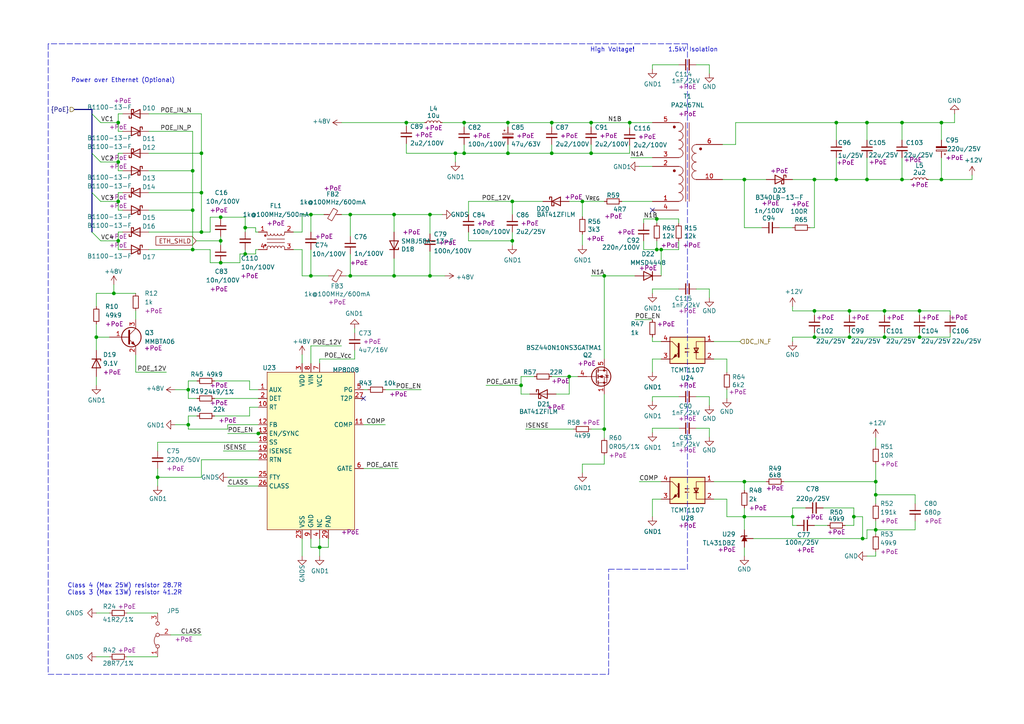
<source format=kicad_sch>
(kicad_sch (version 20211123) (generator eeschema)
  (paper "A4")
  (title_block (title "Power over Ethernet") (date "2022-08-29") (rev "1.3") (company "Nabu Casa") (comment 1 "www.nabucasa.com") (comment 2 "Yellow"))
  (junction (at 124.714 80.01))
  (junction (at 90.17 80.01))
  (junction (at 117.856 35.56))
  (junction (at 215.9 149.86) (diameter 0.9144))
  (junction (at 254 143.51) (diameter 0.9144))
  (junction (at 215.9 52.07))
  (junction (at 64.008 69.85))
  (junction (at 101.6 62.23) (diameter 0.9144))
  (junction (at 256.54 97.79) (diameter 0.9144))
  (junction (at 134.62 44.45) (diameter 0.9144))
  (junction (at 101.6 80.01) (diameter 0.9144))
  (junction (at 147.32 35.56) (diameter 0.9144))
  (junction (at 242.57 52.07))
  (junction (at 124.714 62.23))
  (junction (at 190.5 63.5))
  (junction (at 160.02 44.45) (diameter 0.9144))
  (junction (at 242.57 35.56) (diameter 0.9144))
  (junction (at 34.29 69.85) (diameter 0.9144))
  (junction (at 182.626 35.56))
  (junction (at 246.38 97.79) (diameter 0.9144))
  (junction (at 236.22 52.07))
  (junction (at 175.26 80.01) (diameter 0.9144))
  (junction (at 191.77 72.39))
  (junction (at 45.72 138.43) (diameter 0.9144))
  (junction (at 250.19 156.21))
  (junction (at 34.29 58.42) (diameter 0.9144))
  (junction (at 134.62 35.56))
  (junction (at 168.91 58.42) (diameter 0.9144))
  (junction (at 175.26 124.46) (diameter 0.9144))
  (junction (at 165.1 109.22) (diameter 0.9144))
  (junction (at 55.88 60.96) (diameter 0.9144))
  (junction (at 34.29 35.56) (diameter 0.9144))
  (junction (at 58.42 55.88) (diameter 0.9144))
  (junction (at 58.42 67.31) (diameter 0.9144))
  (junction (at 55.88 49.53) (diameter 0.9144))
  (junction (at 148.59 58.42) (diameter 0.9144))
  (junction (at 246.38 90.17) (diameter 0.9144))
  (junction (at 273.05 52.07))
  (junction (at 54.61 123.19) (diameter 0.9144))
  (junction (at 58.42 44.45) (diameter 0.9144))
  (junction (at 171.45 44.45))
  (junction (at 171.45 35.56) (diameter 0.9144))
  (junction (at 114.3 62.23) (diameter 0.9144))
  (junction (at 64.008 76.2))
  (junction (at 190.5 72.39) (diameter 0.9144))
  (junction (at 266.7 97.79) (diameter 0.9144))
  (junction (at 215.9 139.7) (diameter 0.9144))
  (junction (at 261.62 52.07))
  (junction (at 114.3 80.01) (diameter 0.9144))
  (junction (at 54.61 113.03) (diameter 0.9144))
  (junction (at 160.02 35.56) (diameter 0.9144))
  (junction (at 254 139.7) (diameter 0.9144))
  (junction (at 148.59 69.85) (diameter 0.9144))
  (junction (at 256.54 90.17) (diameter 0.9144))
  (junction (at 55.88 72.39) (diameter 0.9144))
  (junction (at 64.008 62.992))
  (junction (at 254 153.67) (diameter 0.9144))
  (junction (at 132.08 44.45))
  (junction (at 90.17 62.23))
  (junction (at 71.12 73.66))
  (junction (at 236.22 97.79) (diameter 0.9144))
  (junction (at 147.32 44.45) (diameter 0.9144))
  (junction (at 229.87 149.86) (diameter 0.9144))
  (junction (at 251.46 35.56) (diameter 0.9144))
  (junction (at 33.02 85.09) (diameter 0.9144))
  (junction (at 273.05 35.56) (diameter 0.9144))
  (junction (at 92.71 158.75) (diameter 0.9144))
  (junction (at 34.29 46.99) (diameter 0.9144))
  (junction (at 236.22 90.17) (diameter 0.9144))
  (junction (at 27.94 97.79) (diameter 0.9144))
  (junction (at 151.13 111.76) (diameter 0.9144))
  (junction (at 71.12 66.04))
  (junction (at 251.46 52.07))
  (junction (at 266.7 90.17) (diameter 0.9144))
  (junction (at 261.62 35.56) (diameter 0.9144))
  (junction (at 74.93 125.73))
  (junction (at 247.65 149.86))
  (no_connect (at 189.23 60.96))
  (no_connect (at 105.41 115.57))
  (bus_entry (at 26.67 33.02) (size 2.54 2.54) (stroke (width 0.1524)))
  (bus_entry (at 26.67 67.31) (size 2.54 2.54) (stroke (width 0.1524)))
  (bus_entry (at 26.67 44.45) (size 2.54 2.54) (stroke (width 0.1524)))
  (bus_entry (at 26.67 55.88) (size 2.54 2.54) (stroke (width 0.1524)))
  (wire (pts (xy 246.38 90.17) (xy 246.38 91.44)))
  (wire (pts (xy 229.87 149.86) (xy 229.87 152.4)))
  (polyline (pts (xy 13.97 12.7) (xy 13.97 195.58)) (stroke (width 0) (type dash)))
  (wire (pts (xy 49.53 184.15) (xy 58.42 184.15)))
  (wire (pts (xy 132.08 44.45) (xy 132.08 46.99)))
  (wire (pts (xy 215.9 139.7) (xy 215.9 142.24)))
  (wire (pts (xy 242.57 35.56) (xy 242.57 40.64)))
  (wire (pts (xy 74.168 73.66) (xy 71.12 73.66)))
  (wire (pts (xy 161.29 114.3) (xy 165.1 114.3)))
  (wire (pts (xy 186.69 72.39) (xy 190.5 72.39)))
  (wire (pts (xy 190.5 72.39) (xy 190.5 69.85)))
  (wire (pts (xy 74.168 67.31) (xy 74.168 66.04)))
  (wire (pts (xy 74.93 67.31) (xy 74.168 67.31)))
  (wire (pts (xy 60.96 62.992) (xy 60.96 67.31)))
  (wire (pts (xy 205.74 86.36) (xy 205.74 83.82)))
  (wire (pts (xy 205.74 115.062) (xy 201.93 115.062)))
  (wire (pts (xy 189.23 124.206) (xy 189.23 125.476)))
  (wire (pts (xy 196.85 124.206) (xy 189.23 124.206)))
  (wire (pts (xy 134.62 44.45) (xy 132.08 44.45)))
  (wire (pts (xy 242.57 52.07) (xy 251.46 52.07)))
  (wire (pts (xy 58.42 133.35) (xy 58.42 138.43)))
  (wire (pts (xy 58.42 138.43) (xy 45.72 138.43)))
  (wire (pts (xy 74.93 133.35) (xy 58.42 133.35)))
  (wire (pts (xy 182.626 44.45) (xy 182.626 42.164)))
  (wire (pts (xy 93.98 62.23) (xy 90.17 62.23)))
  (wire (pts (xy 196.85 63.5) (xy 196.85 64.77)))
  (wire (pts (xy 182.626 35.56) (xy 182.626 37.084)))
  (wire (pts (xy 87.63 102.87) (xy 87.63 105.41)))
  (wire (pts (xy 254 127) (xy 254 129.54)))
  (wire (pts (xy 43.18 67.31) (xy 58.42 67.31)))
  (bus (pts (xy 26.67 31.75) (xy 26.67 33.02)))
  (bus (pts (xy 26.67 33.02) (xy 26.67 44.45)))
  (bus (pts (xy 26.67 44.45) (xy 26.67 55.88)))
  (bus (pts (xy 26.67 55.88) (xy 26.67 67.31)))
  (wire (pts (xy 111.76 113.03) (xy 122.174 113.03)))
  (wire (pts (xy 151.13 114.3) (xy 151.13 111.76)))
  (wire (pts (xy 58.42 44.45) (xy 58.42 55.88)))
  (wire (pts (xy 92.71 158.75) (xy 92.71 161.29)))
  (wire (pts (xy 29.21 35.56) (xy 34.29 35.56)))
  (wire (pts (xy 72.39 113.03) (xy 72.39 110.49)))
  (wire (pts (xy 74.93 113.03) (xy 72.39 113.03)))
  (wire (pts (xy 124.714 62.23) (xy 128.27 62.23)))
  (wire (pts (xy 229.87 97.79) (xy 236.22 97.79)))
  (wire (pts (xy 132.08 44.45) (xy 117.856 44.45)))
  (wire (pts (xy 54.61 124.46) (xy 66.04 124.46)))
  (wire (pts (xy 54.61 115.57) (xy 57.15 115.57)))
  (wire (pts (xy 114.3 74.93) (xy 114.3 80.01)))
  (wire (pts (xy 148.59 58.42) (xy 157.48 58.42)))
  (wire (pts (xy 196.85 83.82) (xy 189.23 83.82)))
  (wire (pts (xy 58.42 55.88) (xy 58.42 67.31)))
  (wire (pts (xy 171.45 44.45) (xy 182.626 44.45)))
  (wire (pts (xy 256.54 96.52) (xy 256.54 97.79)))
  (wire (pts (xy 148.59 58.42) (xy 148.59 62.23)))
  (wire (pts (xy 189.23 83.82) (xy 189.23 85.09)))
  (wire (pts (xy 87.63 62.23) (xy 87.63 67.31)))
  (wire (pts (xy 90.17 100.33) (xy 99.06 100.33)))
  (wire (pts (xy 165.1 109.22) (xy 160.02 109.22)))
  (wire (pts (xy 135.89 58.42) (xy 135.89 62.23)))
  (wire (pts (xy 117.856 35.56) (xy 117.856 36.576)))
  (wire (pts (xy 95.25 80.01) (xy 90.17 80.01)))
  (wire (pts (xy 229.87 97.79) (xy 229.87 99.06)))
  (wire (pts (xy 152.4 124.46) (xy 166.37 124.46)))
  (wire (pts (xy 215.9 66.04) (xy 215.9 52.07)))
  (wire (pts (xy 266.7 96.52) (xy 266.7 97.79)))
  (wire (pts (xy 58.42 33.02) (xy 58.42 44.45)))
  (wire (pts (xy 190.5 63.5) (xy 196.85 63.5)))
  (wire (pts (xy 275.59 96.52) (xy 275.59 97.79)))
  (wire (pts (xy 254 160.02) (xy 254 161.29)))
  (wire (pts (xy 254 161.29) (xy 251.46 161.29)))
  (wire (pts (xy 236.22 90.17) (xy 246.38 90.17)))
  (wire (pts (xy 27.94 177.8) (xy 31.75 177.8)))
  (wire (pts (xy 215.9 149.86) (xy 229.87 149.86)))
  (wire (pts (xy 191.77 72.39) (xy 190.5 72.39)))
  (wire (pts (xy 191.77 80.01) (xy 191.77 72.39)))
  (wire (pts (xy 74.93 128.27) (xy 45.72 128.27)))
  (wire (pts (xy 45.72 128.27) (xy 45.72 130.81)))
  (wire (pts (xy 189.23 104.14) (xy 189.23 107.95)))
  (wire (pts (xy 205.74 18.796) (xy 201.93 18.796)))
  (wire (pts (xy 66.04 138.43) (xy 74.93 138.43)))
  (wire (pts (xy 71.12 73.66) (xy 71.12 72.39)))
  (wire (pts (xy 66.04 140.97) (xy 74.93 140.97)))
  (polyline (pts (xy 13.97 195.58) (xy 176.53 195.58)) (stroke (width 0) (type dash)))
  (wire (pts (xy 34.29 44.45) (xy 34.29 46.99)))
  (wire (pts (xy 245.11 152.4) (xy 247.65 152.4)))
  (wire (pts (xy 238.76 147.32) (xy 247.65 147.32)))
  (wire (pts (xy 247.65 149.86) (xy 247.65 147.32)))
  (wire (pts (xy 247.65 152.4) (xy 247.65 149.86)))
  (wire (pts (xy 168.91 58.42) (xy 175.26 58.42)))
  (wire (pts (xy 165.1 58.42) (xy 168.91 58.42)))
  (wire (pts (xy 236.22 90.17) (xy 236.22 91.44)))
  (wire (pts (xy 254 139.7) (xy 254 143.51)))
  (wire (pts (xy 254 134.62) (xy 254 139.7)))
  (wire (pts (xy 254 143.51) (xy 254 146.05)))
  (wire (pts (xy 191.77 104.14) (xy 189.23 104.14)))
  (wire (pts (xy 64.008 68.58) (xy 64.008 69.85)))
  (wire (pts (xy 101.6 62.23) (xy 101.6 68.58)))
  (wire (pts (xy 124.714 62.23) (xy 124.714 67.818)))
  (wire (pts (xy 276.86 35.56) (xy 276.86 33.02)))
  (wire (pts (xy 215.9 158.75) (xy 215.9 161.29)))
  (wire (pts (xy 87.63 62.23) (xy 90.17 62.23)))
  (wire (pts (xy 261.62 45.72) (xy 261.62 52.07)))
  (wire (pts (xy 210.82 113.03) (xy 210.82 115.57)))
  (wire (pts (xy 72.39 120.65) (xy 72.39 118.11)))
  (wire (pts (xy 62.23 120.65) (xy 72.39 120.65)))
  (wire (pts (xy 269.24 52.07) (xy 273.05 52.07)))
  (wire (pts (xy 205.74 21.336) (xy 205.74 18.796)))
  (wire (pts (xy 246.38 90.17) (xy 256.54 90.17)))
  (wire (pts (xy 227.33 139.7) (xy 254 139.7)))
  (wire (pts (xy 114.3 62.23) (xy 124.714 62.23)))
  (wire (pts (xy 55.88 72.39) (xy 60.96 72.39)))
  (wire (pts (xy 50.8 123.19) (xy 54.61 123.19)))
  (wire (pts (xy 185.42 48.26) (xy 189.23 48.26)))
  (wire (pts (xy 266.7 97.79) (xy 275.59 97.79)))
  (wire (pts (xy 56.896 69.85) (xy 64.008 69.85)))
  (polyline (pts (xy 176.53 195.58) (xy 176.53 165.1)) (stroke (width 0) (type dash)))
  (wire (pts (xy 254 153.67) (xy 254 154.94)))
  (wire (pts (xy 254 151.13) (xy 254 153.67)))
  (wire (pts (xy 151.13 111.76) (xy 151.13 109.22)))
  (wire (pts (xy 55.88 60.96) (xy 55.88 72.39)))
  (wire (pts (xy 34.29 60.96) (xy 34.29 58.42)))
  (wire (pts (xy 90.17 72.39) (xy 90.17 80.01)))
  (wire (pts (xy 236.22 52.07) (xy 242.57 52.07)))
  (wire (pts (xy 35.56 38.1) (xy 34.29 38.1)))
  (wire (pts (xy 205.74 124.206) (xy 201.93 124.206)))
  (wire (pts (xy 205.74 126.746) (xy 205.74 124.206)))
  (wire (pts (xy 36.83 190.5) (xy 45.72 190.5)))
  (wire (pts (xy 43.18 49.53) (xy 55.88 49.53)))
  (wire (pts (xy 134.62 41.91) (xy 134.62 44.45)))
  (wire (pts (xy 99.06 35.56) (xy 117.856 35.56)))
  (wire (pts (xy 251.46 52.07) (xy 261.62 52.07)))
  (wire (pts (xy 60.96 62.992) (xy 64.008 62.992)))
  (wire (pts (xy 151.13 109.22) (xy 154.94 109.22)))
  (wire (pts (xy 95.25 158.75) (xy 92.71 158.75)))
  (wire (pts (xy 95.25 156.21) (xy 95.25 158.75)))
  (wire (pts (xy 189.23 144.78) (xy 189.23 149.86)))
  (wire (pts (xy 191.77 144.78) (xy 189.23 144.78)))
  (wire (pts (xy 242.57 35.56) (xy 251.46 35.56)))
  (wire (pts (xy 251.46 35.56) (xy 261.62 35.56)))
  (wire (pts (xy 261.62 35.56) (xy 273.05 35.56)))
  (wire (pts (xy 55.88 49.53) (xy 55.88 60.96)))
  (wire (pts (xy 175.26 132.08) (xy 175.26 134.62)))
  (wire (pts (xy 64.008 62.992) (xy 64.008 63.5)))
  (wire (pts (xy 128.27 35.56) (xy 134.62 35.56)))
  (wire (pts (xy 39.37 102.87) (xy 39.37 107.95)))
  (wire (pts (xy 275.59 90.17) (xy 275.59 91.44)))
  (wire (pts (xy 134.62 35.56) (xy 147.32 35.56)))
  (wire (pts (xy 34.29 72.39) (xy 34.29 69.85)))
  (wire (pts (xy 207.01 99.06) (xy 214.63 99.06)))
  (wire (pts (xy 29.21 69.85) (xy 34.29 69.85)))
  (wire (pts (xy 153.67 114.3) (xy 151.13 114.3)))
  (wire (pts (xy 33.02 82.55) (xy 33.02 85.09)))
  (wire (pts (xy 27.94 97.79) (xy 27.94 101.6)))
  (wire (pts (xy 31.75 97.79) (xy 27.94 97.79)))
  (wire (pts (xy 134.62 35.56) (xy 134.62 36.83)))
  (wire (pts (xy 34.29 67.31) (xy 34.29 69.85)))
  (wire (pts (xy 147.32 35.56) (xy 147.32 36.83)))
  (wire (pts (xy 196.85 18.796) (xy 189.23 18.796)))
  (wire (pts (xy 182.88 45.72) (xy 189.23 45.72)))
  (wire (pts (xy 209.55 41.91) (xy 213.36 41.91)))
  (wire (pts (xy 213.36 41.91) (xy 213.36 35.56)))
  (wire (pts (xy 196.85 69.85) (xy 196.85 72.39)))
  (wire (pts (xy 182.626 35.56) (xy 189.23 35.56)))
  (wire (pts (xy 43.18 55.88) (xy 58.42 55.88)))
  (polyline (pts (xy 199.39 12.7) (xy 199.39 165.1)) (stroke (width 0) (type dash)))
  (wire (pts (xy 36.83 177.8) (xy 45.72 177.8)))
  (wire (pts (xy 250.19 156.21) (xy 251.46 156.21)))
  (wire (pts (xy 218.44 156.21) (xy 250.19 156.21)))
  (wire (pts (xy 160.02 41.91) (xy 160.02 44.45)))
  (wire (pts (xy 229.87 90.17) (xy 229.87 88.9)))
  (wire (pts (xy 101.6 62.23) (xy 114.3 62.23)))
  (wire (pts (xy 58.42 67.31) (xy 60.96 67.31)))
  (polyline (pts (xy 176.53 165.1) (xy 199.39 165.1)) (stroke (width 0) (type dash)))
  (wire (pts (xy 90.17 105.41) (xy 90.17 100.33)))
  (wire (pts (xy 29.21 46.99) (xy 34.29 46.99)))
  (wire (pts (xy 148.59 67.31) (xy 148.59 69.85)))
  (wire (pts (xy 175.26 114.3) (xy 175.26 124.46)))
  (wire (pts (xy 69.596 76.2) (xy 69.596 73.66)))
  (wire (pts (xy 62.23 110.49) (xy 72.39 110.49)))
  (wire (pts (xy 72.39 118.11) (xy 74.93 118.11)))
  (wire (pts (xy 105.41 123.19) (xy 111.76 123.19)))
  (polyline (pts (xy 199.39 12.7) (xy 13.97 12.7)) (stroke (width 0) (type dash)))
  (wire (pts (xy 215.9 149.86) (xy 215.9 153.67)))
  (wire (pts (xy 226.06 66.04) (xy 229.87 66.04)))
  (wire (pts (xy 186.69 69.85) (xy 186.69 72.39)))
  (wire (pts (xy 35.56 55.88) (xy 34.29 55.88)))
  (wire (pts (xy 265.43 153.67) (xy 265.43 151.13)))
  (wire (pts (xy 250.19 149.86) (xy 250.19 156.21)))
  (wire (pts (xy 247.65 149.86) (xy 250.19 149.86)))
  (wire (pts (xy 43.18 33.02) (xy 58.42 33.02)))
  (wire (pts (xy 35.56 33.02) (xy 34.29 33.02)))
  (wire (pts (xy 165.1 114.3) (xy 165.1 109.22)))
  (wire (pts (xy 229.87 52.07) (xy 236.22 52.07)))
  (wire (pts (xy 140.97 111.76) (xy 151.13 111.76)))
  (wire (pts (xy 34.29 49.53) (xy 34.29 46.99)))
  (wire (pts (xy 171.45 35.56) (xy 171.45 36.83)))
  (wire (pts (xy 62.23 115.57) (xy 74.93 115.57)))
  (wire (pts (xy 266.7 90.17) (xy 275.59 90.17)))
  (wire (pts (xy 207.01 104.14) (xy 210.82 104.14)))
  (wire (pts (xy 168.91 134.62) (xy 168.91 137.16)))
  (wire (pts (xy 43.18 44.45) (xy 58.42 44.45)))
  (wire (pts (xy 102.87 104.14) (xy 102.87 101.6)))
  (wire (pts (xy 215.9 147.32) (xy 215.9 149.86)))
  (wire (pts (xy 87.63 80.01) (xy 90.17 80.01)))
  (wire (pts (xy 87.63 156.21) (xy 87.63 161.29)))
  (wire (pts (xy 236.22 96.52) (xy 236.22 97.79)))
  (wire (pts (xy 27.94 109.22) (xy 27.94 111.76)))
  (wire (pts (xy 34.29 55.88) (xy 34.29 58.42)))
  (wire (pts (xy 147.32 35.56) (xy 160.02 35.56)))
  (wire (pts (xy 35.56 49.53) (xy 34.29 49.53)))
  (wire (pts (xy 54.61 120.65) (xy 54.61 123.19)))
  (wire (pts (xy 57.15 120.65) (xy 54.61 120.65)))
  (wire (pts (xy 54.61 123.19) (xy 54.61 124.46)))
  (wire (pts (xy 236.22 66.04) (xy 236.22 52.07)))
  (wire (pts (xy 205.74 117.602) (xy 205.74 115.062)))
  (wire (pts (xy 265.43 143.51) (xy 265.43 146.05)))
  (wire (pts (xy 254 143.51) (xy 265.43 143.51)))
  (wire (pts (xy 124.714 72.898) (xy 124.714 80.01)))
  (wire (pts (xy 220.98 66.04) (xy 215.9 66.04)))
  (wire (pts (xy 85.09 67.31) (xy 87.63 67.31)))
  (wire (pts (xy 196.85 115.062) (xy 189.23 115.062)))
  (wire (pts (xy 171.45 35.56) (xy 182.626 35.56)))
  (wire (pts (xy 43.18 72.39) (xy 55.88 72.39)))
  (wire (pts (xy 87.63 72.39) (xy 87.63 80.01)))
  (wire (pts (xy 135.89 67.31) (xy 135.89 69.85)))
  (wire (pts (xy 134.62 44.45) (xy 147.32 44.45)))
  (wire (pts (xy 39.37 90.17) (xy 39.37 92.71)))
  (wire (pts (xy 105.41 135.89) (xy 115.57 135.89)))
  (wire (pts (xy 124.714 80.01) (xy 129.032 80.01)))
  (wire (pts (xy 101.6 73.66) (xy 101.6 80.01)))
  (wire (pts (xy 74.168 66.04) (xy 71.12 66.04)))
  (wire (pts (xy 101.6 80.01) (xy 114.3 80.01)))
  (wire (pts (xy 114.3 80.01) (xy 124.714 80.01)))
  (wire (pts (xy 100.33 80.01) (xy 101.6 80.01)))
  (wire (pts (xy 205.74 83.82) (xy 201.93 83.82)))
  (wire (pts (xy 66.04 123.19) (xy 74.93 123.19)))
  (wire (pts (xy 66.04 124.46) (xy 66.04 123.19)))
  (wire (pts (xy 71.12 66.04) (xy 71.12 67.31)))
  (wire (pts (xy 29.21 58.42) (xy 34.29 58.42)))
  (wire (pts (xy 207.01 139.7) (xy 215.9 139.7)))
  (wire (pts (xy 215.9 139.7) (xy 222.25 139.7)))
  (wire (pts (xy 168.91 134.62) (xy 175.26 134.62)))
  (wire (pts (xy 43.18 60.96) (xy 55.88 60.96)))
  (wire (pts (xy 117.856 41.656) (xy 117.856 44.45)))
  (wire (pts (xy 34.29 33.02) (xy 34.29 35.56)))
  (wire (pts (xy 251.46 45.72) (xy 251.46 52.07)))
  (wire (pts (xy 168.91 58.42) (xy 168.91 62.865)))
  (wire (pts (xy 175.26 80.01) (xy 175.26 104.14)))
  (wire (pts (xy 35.56 72.39) (xy 34.29 72.39)))
  (wire (pts (xy 273.05 52.07) (xy 281.94 52.07)))
  (wire (pts (xy 273.05 45.72) (xy 273.05 52.07)))
  (wire (pts (xy 60.96 72.39) (xy 60.96 76.2)))
  (wire (pts (xy 74.168 73.66) (xy 74.168 72.39)))
  (wire (pts (xy 74.168 72.39) (xy 74.93 72.39)))
  (wire (pts (xy 54.61 110.49) (xy 57.15 110.49)))
  (wire (pts (xy 76.2 125.73) (xy 74.93 125.73)))
  (wire (pts (xy 45.72 135.89) (xy 45.72 138.43)))
  (wire (pts (xy 234.95 66.04) (xy 236.22 66.04)))
  (wire (pts (xy 189.23 115.062) (xy 189.23 116.332)))
  (wire (pts (xy 210.82 144.78) (xy 210.82 149.86)))
  (wire (pts (xy 210.82 149.86) (xy 215.9 149.86)))
  (wire (pts (xy 207.01 144.78) (xy 210.82 144.78)))
  (wire (pts (xy 27.94 85.09) (xy 27.94 88.9)))
  (wire (pts (xy 33.02 85.09) (xy 27.94 85.09)))
  (wire (pts (xy 39.37 85.09) (xy 33.02 85.09)))
  (wire (pts (xy 256.54 90.17) (xy 266.7 90.17)))
  (wire (pts (xy 117.856 35.56) (xy 123.19 35.56)))
  (wire (pts (xy 246.38 97.79) (xy 256.54 97.79)))
  (wire (pts (xy 185.42 139.7) (xy 191.77 139.7)))
  (wire (pts (xy 160.02 35.56) (xy 160.02 36.83)))
  (wire (pts (xy 213.36 35.56) (xy 242.57 35.56)))
  (wire (pts (xy 64.008 76.2) (xy 69.596 76.2)))
  (wire (pts (xy 175.26 124.46) (xy 175.26 127)))
  (wire (pts (xy 160.02 35.56) (xy 171.45 35.56)))
  (wire (pts (xy 160.02 44.45) (xy 171.45 44.45)))
  (wire (pts (xy 251.46 153.67) (xy 251.46 156.21)))
  (wire (pts (xy 254 153.67) (xy 251.46 153.67)))
  (wire (pts (xy 189.23 99.06) (xy 191.77 99.06)))
  (wire (pts (xy 189.23 97.79) (xy 189.23 99.06)))
  (wire (pts (xy 27.94 93.98) (xy 27.94 97.79)))
  (wire (pts (xy 281.94 52.07) (xy 281.94 50.8)))
  (wire (pts (xy 256.54 90.17) (xy 256.54 91.44)))
  (wire (pts (xy 273.05 35.56) (xy 273.05 40.64)))
  (wire (pts (xy 71.12 62.992) (xy 71.12 66.04)))
  (wire (pts (xy 229.87 152.4) (xy 231.14 152.4)))
  (wire (pts (xy 242.57 45.72) (xy 242.57 52.07)))
  (wire (pts (xy 246.38 96.52) (xy 246.38 97.79)))
  (wire (pts (xy 147.32 41.91) (xy 147.32 44.45)))
  (wire (pts (xy 229.87 147.32) (xy 229.87 149.86)))
  (wire (pts (xy 233.68 147.32) (xy 229.87 147.32)))
  (wire (pts (xy 34.29 38.1) (xy 34.29 35.56)))
  (wire (pts (xy 171.45 80.01) (xy 175.26 80.01)))
  (wire (pts (xy 175.26 80.01) (xy 184.15 80.01)))
  (wire (pts (xy 35.56 67.31) (xy 34.29 67.31)))
  (wire (pts (xy 236.22 97.79) (xy 246.38 97.79)))
  (wire (pts (xy 114.3 67.31) (xy 114.3 62.23)))
  (wire (pts (xy 135.89 58.42) (xy 148.59 58.42)))
  (wire (pts (xy 254 153.67) (xy 265.43 153.67)))
  (wire (pts (xy 90.17 156.21) (xy 90.17 158.75)))
  (wire (pts (xy 90.17 158.75) (xy 92.71 158.75)))
  (wire (pts (xy 92.71 158.75) (xy 92.71 156.21)))
  (wire (pts (xy 60.96 76.2) (xy 64.008 76.2)))
  (wire (pts (xy 236.22 152.4) (xy 240.03 152.4)))
  (wire (pts (xy 168.91 71.12) (xy 168.91 67.945)))
  (wire (pts (xy 171.45 41.91) (xy 171.45 44.45)))
  (wire (pts (xy 50.8 113.03) (xy 54.61 113.03)))
  (wire (pts (xy 64.008 69.85) (xy 64.008 71.12)))
  (wire (pts (xy 229.87 90.17) (xy 236.22 90.17)))
  (wire (pts (xy 55.88 38.1) (xy 55.88 49.53)))
  (wire (pts (xy 184.15 92.71) (xy 189.23 92.71)))
  (bus (pts (xy 21.59 31.75) (xy 26.67 31.75)))
  (wire (pts (xy 210.82 104.14) (xy 210.82 107.95)))
  (wire (pts (xy 209.55 52.07) (xy 215.9 52.07)))
  (wire (pts (xy 135.89 69.85) (xy 148.59 69.85)))
  (wire (pts (xy 35.56 44.45) (xy 34.29 44.45)))
  (wire (pts (xy 266.7 90.17) (xy 266.7 91.44)))
  (wire (pts (xy 189.23 18.796) (xy 189.23 20.066)))
  (wire (pts (xy 39.37 107.95) (xy 48.26 107.95)))
  (wire (pts (xy 273.05 35.56) (xy 276.86 35.56)))
  (wire (pts (xy 92.71 104.14) (xy 102.87 104.14)))
  (wire (pts (xy 92.71 105.41) (xy 92.71 104.14)))
  (wire (pts (xy 99.06 62.23) (xy 101.6 62.23)))
  (wire (pts (xy 171.45 124.46) (xy 175.26 124.46)))
  (wire (pts (xy 54.61 113.03) (xy 54.61 115.57)))
  (wire (pts (xy 54.61 110.49) (xy 54.61 113.03)))
  (wire (pts (xy 256.54 97.79) (xy 266.7 97.79)))
  (wire (pts (xy 90.17 62.23) (xy 90.17 67.31)))
  (wire (pts (xy 35.56 60.96) (xy 34.29 60.96)))
  (wire (pts (xy 165.1 109.22) (xy 167.64 109.22)))
  (wire (pts (xy 148.59 69.85) (xy 148.59 71.12)))
  (wire (pts (xy 64.008 62.992) (xy 71.12 62.992)))
  (wire (pts (xy 251.46 35.56) (xy 251.46 40.64)))
  (wire (pts (xy 261.62 35.56) (xy 261.62 40.64)))
  (wire (pts (xy 196.85 72.39) (xy 191.77 72.39)))
  (wire (pts (xy 147.32 44.45) (xy 160.02 44.45)))
  (wire (pts (xy 69.596 73.66) (xy 71.12 73.66)))
  (wire (pts (xy 45.72 140.97) (xy 45.72 138.43)))
  (wire (pts (xy 261.62 52.07) (xy 264.16 52.07)))
  (wire (pts (xy 85.09 72.39) (xy 87.63 72.39)))
  (wire (pts (xy 215.9 52.07) (xy 222.25 52.07)))
  (wire (pts (xy 64.77 130.81) (xy 74.93 130.81)))
  (wire (pts (xy 66.04 125.73) (xy 74.93 125.73)))
  (wire (pts (xy 27.94 190.5) (xy 31.75 190.5)))
  (wire (pts (xy 43.18 38.1) (xy 55.88 38.1)))
  (wire (pts (xy 190.5 63.5) (xy 186.69 63.5)))
  (wire (pts (xy 190.5 64.77) (xy 190.5 63.5)))
  (wire (pts (xy 186.69 63.5) (xy 186.69 64.77)))
  (wire (pts (xy 102.87 95.25) (xy 102.87 96.52)))
  (wire (pts (xy 105.41 113.03) (xy 106.68 113.03)))
  (wire (pts (xy 180.34 58.42) (xy 189.23 58.42)))
  (text "Class 4 (Max 25W) resistor 28.7R\nClass 3 (Max 13W) resistor 41.2R" (at 19.558 172.72 0) (effects (font (size 1.27 1.27)) (justify left bottom)))
  (text "Power over Ethernet (Optional)" (at 50.8 24.13 180) (effects (font (size 1.27 1.27)) (justify right bottom)))
  (text "High Voltage!" (at 184.15 15.24 180) (effects (font (size 1.27 1.27)) (justify right bottom)))
  (text "1.5kV Isolation" (at 208.28 15.24 180) (effects (font (size 1.27 1.27)) (justify right bottom)))
  (label "POE_IN_P" (at 46.482 38.1 0))
  (label "VC2" (at 33.02 46.99 180))
  (label "VC1" (at 33.02 35.56 180))
  (label "CLASS" (at 66.04 140.97 0))
  (label "POE_12V" (at 99.06 100.33 180))
  (label "POE_GATE" (at 115.57 135.89 180))
  (label "POE_EN" (at 66.04 125.73 0))
  (label "POE_EN" (at 184.15 92.71 0))
  (label "CLASS" (at 58.42 184.15 180))
  (label "N1B" (at 186.69 63.5 0))
  (label "COMP" (at 185.42 139.7 0))
  (label "COMP" (at 111.76 123.19 180))
  (label "POE_EN" (at 122.174 113.03 180))
  (label "V_{REG}" (at 173.99 58.42 180))
  (label "POE_12V" (at 48.26 107.95 180))
  (label "VC3" (at 33.02 58.42 180))
  (label "N1B" (at 180.34 35.56 180))
  (label "POE_IN_N" (at 46.482 33.02 0))
  (label "POE_12V" (at 139.7 58.42 0))
  (label "N1A" (at 171.45 80.01 0))
  (label "ISENSE" (at 152.4 124.46 0))
  (label "POE_V_{CC}" (at 93.98 104.14 0))
  (label "POE_GATE" (at 140.97 111.76 0))
  (label "ISENSE" (at 64.77 130.81 0))
  (label "N1A" (at 182.88 45.72 0))
  (label "VC4" (at 33.02 69.85 180))
  (global_label "ETH_SHLD" (shape input) (at 56.896 69.85 180) (property "Intersheet References" "${INTERSHEET_REFS}" (effects hide)))
  (hierarchical_label "{PoE}" (shape input) (at 21.59 31.75 180))
  (hierarchical_label "DC_IN_F" (shape input) (at 214.63 99.06 0))
  (symbol (lib_id "Device:D_Schottky") (at 39.37 67.31 0) (mirror x) (unit 1)
    (property "Reference" "D16" (at 43.18 65.6398 0))
    (property "Value" "B1100-13-F" (at 31.75 65.398 0))
    (property "Footprint" "Diode_SMD:D_SMA" (effects hide))
    (property "Config" "+PoE" (at 34.29 68.58 0))
    (property "Manufacturer" "Diodes Incorporated" (effects hide))
    (property "PartNumber" "B1100-13-F" (effects hide))
  )
  (symbol (lib_id "Device:C_Small") (at 199.39 115.062 90) (unit 1)
    (property "Reference" "C90" (at 200.7806 117.8178 90) (effects (justify left)))
    (property "Value" "1nF/2kV" (at 203.079 119.723 90) (effects (justify left)))
    (property "Footprint" "Capacitor_SMD:C_1812_4532Metric" (effects hide))
    (property "Config" "+PoE" (at 199.39 121.412 90))
  )
  (symbol (lib_id "power:GND1") (at 27.94 111.76 0) (unit 1)
    (property "Reference" "#PWR062" (effects hide))
    (property "Value" "GND1" (at 28.0543 116.0844 0))
  )
  (symbol (lib_id "power:GNDS") (at 87.63 161.29 0) (unit 1)
    (property "Reference" "#PWR070" (effects hide))
    (property "Value" "GNDS" (at 87.63 166.37 90))
  )
  (symbol (lib_id "power:GND") (at 210.82 115.57 0) (unit 1)
    (property "Reference" "#PWR0183" (effects hide))
    (property "Value" "GND" (at 212.8393 119.3801 0) (effects (justify right)))
  )
  (symbol (lib_id "Device:R_Small") (at 232.41 66.04 90) (mirror x) (unit 1)
    (property "Reference" "R65" (at 234.3086 63.7287 90) (effects (justify left)))
    (property "Value" "100R" (at 234.321 61.316 90) (effects (justify left)))
    (property "Footprint" "Resistor_SMD:R_0805_2012Metric" (effects hide))
    (property "Config" "+PoE" (at 232.156 59.182 90))
  )
  (symbol (lib_id "Yellow:Filter_EMI_LL_1243") (at 80.01 69.85 0) (unit 1)
    (property "Reference" "FL1" (at 80.01 59.69 0))
    (property "Value" "1k@100MHz/500mA" (at 80.01 62.23 0))
    (property "Footprint" "Yellow:L_CommonModeChoke_Murata_DLW5B" (effects hide))
    (property "Datasheet" "https://www.murata.com/en-global/api/pdfdownloadapi?cate=cgsubChipCommoModeChokeCoil&partno=DLW5BTM102SQ2%23" (effects hide))
    (property "Manufacturer" "Murata Electronics" (effects hide))
    (property "PartNumber" "DLW5BTM102SQ2" (effects hide))
    (property "Config" "+PoE" (at 80.01 64.77 0))
  )
  (symbol (lib_id "power:GND1") (at 189.23 125.476 0) (unit 1)
    (property "Reference" "#PWR0179" (effects hide))
    (property "Value" "GND1" (at 189.3443 129.8004 0))
  )
  (symbol (lib_id "Device:R_Small") (at 59.69 110.49 90) (unit 1)
    (property "Reference" "R45" (at 57.15 108.585 90))
    (property "Value" "49k9" (at 62.23 108.585 90))
    (property "Footprint" "Resistor_SMD:R_0402_1005Metric" (effects hide))
    (property "Config" "+PoE" (at 63.5 111.76 90))
  )
  (symbol (lib_id "Device:C_Small") (at 275.59 93.98 0) (unit 1)
    (property "Reference" "C106" (at 276.0092 96.0056 0) (effects (justify left)))
    (property "Value" "22u/25V" (at 276.009 98.939 0) (effects (justify left)))
    (property "Footprint" "Capacitor_SMD:C_0805_2012Metric" (effects hide))
    (property "Config" "+PoE" (at 278.13 92.075 0))
  )
  (symbol (lib_id "power:GND") (at 251.46 161.29 270) (unit 1)
    (property "Reference" "#PWR0159" (effects hide))
    (property "Value" "GND" (at 248.92 161.29 90) (effects (justify right)))
  )
  (symbol (lib_id "Device:D_Zener") (at 114.3 71.12 270) (mirror x) (unit 1)
    (property "Reference" "D18" (at 116.3321 72.2694 90) (effects (justify left)))
    (property "Value" "SMBJ58A-13-F" (at 116.332 69.971 90) (effects (justify left)))
    (property "Footprint" "Diode_SMD:D_SMB" (effects hide))
    (property "Datasheet" "https://www.diodes.com/assets/Datasheets/ds19002.pdf" (effects hide))
    (property "Config" "+PoE" (at 119.38 67.31 90))
    (property "Manufacturer" "Diodes Incorporated" (effects hide))
    (property "PartNumber" "SMBJ58A-13-F" (effects hide))
  )
  (symbol (lib_id "Device:R_Small") (at 242.57 152.4 270) (unit 1)
    (property "Reference" "R50" (at 242.57 148.59 90))
    (property "Value" "49k9" (at 242.57 150.495 90))
    (property "Footprint" "Resistor_SMD:R_0402_1005Metric" (effects hide))
    (property "Config" "+PoE" (at 242.57 154.305 90))
  )
  (symbol (lib_id "Device:C_Small") (at 160.02 39.37 0) (unit 1)
    (property "Reference" "C87" (at 161.0742 36.9506 0) (effects (justify left)))
    (property "Value" "2u2/100V" (at 161.074 41.789 0) (effects (justify left)))
    (property "Footprint" "Capacitor_SMD:C_1206_3216Metric" (effects hide))
    (property "Config" "+PoE" (at 165.1 39.37 0))
  )
  (symbol (lib_id "Device:R_Small") (at 175.26 129.54 0) (unit 1)
    (property "Reference" "R60" (at 176.53 126.9999 0) (effects (justify left)))
    (property "Value" "0R05/1%" (at 176.53 129.5399 0) (effects (justify left)))
    (property "Footprint" "Resistor_SMD:R_1206_3216Metric" (effects hide))
    (property "Config" "+PoE" (at 176.53 132.0799 0) (effects (justify left)))
    (property "Characteristics" "0.1 Watt" (effects hide))
  )
  (symbol (lib_id "Device:R_Small") (at 109.22 113.03 90) (unit 1)
    (property "Reference" "R43" (at 107.95 111.125 90) (effects (justify left)))
    (property "Value" "10k" (at 114.935 111.125 90) (effects (justify left)))
    (property "Footprint" "Resistor_SMD:R_0402_1005Metric" (effects hide))
    (property "Config" "+PoE" (at 115.57 114.3 90))
  )
  (symbol (lib_id "Device:C_Small") (at 199.39 18.796 90) (unit 1)
    (property "Reference" "C114" (at 200.7806 21.5518 90) (effects (justify left)))
    (property "Value" "1nF/2kV" (at 203.079 23.457 90) (effects (justify left)))
    (property "Footprint" "Capacitor_SMD:C_1812_4532Metric" (effects hide))
    (property "Config" "+PoE" (at 199.39 25.146 90))
  )
  (symbol (lib_id "Device:C_Small") (at 242.57 43.18 0) (unit 1)
    (property "Reference" "C96" (at 242.9892 41.3956 0) (effects (justify left)))
    (property "Value" "1u/25V" (at 242.989 45.091 0) (effects (justify left)))
    (property "Footprint" "Capacitor_SMD:C_0402_1005Metric" (effects hide))
    (property "Config" "+PoE" (at 245.237 47.117 0))
  )
  (symbol (lib_id "Device:R_Small") (at 254 157.48 180) (unit 1)
    (property "Reference" "R53" (at 255.27 154.9399 0) (effects (justify right)))
    (property "Value" "49k9" (at 255.27 157.4799 0) (effects (justify right)))
    (property "Footprint" "Resistor_SMD:R_0402_1005Metric" (effects hide))
    (property "Config" "+PoE" (at 255.27 160.0199 0) (effects (justify right)))
  )
  (symbol (lib_id "power:GND1") (at 168.91 71.12 0) (unit 1)
    (property "Reference" "#PWR0177" (effects hide))
    (property "Value" "GND1" (at 169.0243 75.4444 0))
  )
  (symbol (lib_id "Device:C_Small") (at 45.72 133.35 180) (unit 1)
    (property "Reference" "C75" (at 48.26 130.8099 0) (effects (justify right)))
    (property "Value" "220n/50V" (at 48.26 133.3499 0) (effects (justify right)))
    (property "Footprint" "Capacitor_SMD:C_0805_2012Metric" (effects hide))
    (property "Config" "+PoE" (at 48.26 135.8899 0) (effects (justify right)))
  )
  (symbol (lib_id "power:GND1") (at 92.71 161.29 0) (unit 1)
    (property "Reference" "#PWR0166" (effects hide))
    (property "Value" "GND1" (at 92.8243 165.6144 0))
  )
  (symbol (lib_id "Device:C_Small") (at 236.22 93.98 0) (unit 1)
    (property "Reference" "C102" (at 236.6392 96.0056 0) (effects (justify left)))
    (property "Value" "22u/25V" (at 236.639 98.939 0) (effects (justify left)))
    (property "Footprint" "Capacitor_SMD:C_0805_2012Metric" (effects hide))
    (property "Config" "+PoE" (at 239.395 92.075 0))
  )
  (symbol (lib_id "power:GND1") (at 189.23 85.09 0) (unit 1)
    (property "Reference" "#PWR0220" (effects hide))
    (property "Value" "GND1" (at 189.3443 89.4144 0))
  )
  (symbol (lib_id "power:GND1") (at 132.08 46.99 0) (unit 1)
    (property "Reference" "#PWR0173" (effects hide))
    (property "Value" "GND1" (at 132.1943 51.3144 0))
  )
  (symbol (lib_id "Device:R_Small") (at 190.5 67.31 0) (unit 1)
    (property "Reference" "R63" (at 191.9987 66.1606 0) (effects (justify left)))
    (property "Value" "12k" (at 191.999 68.459 0) (effects (justify left)))
    (property "Footprint" "Resistor_SMD:R_1206_3216Metric" (effects hide))
    (property "Config" "+PoE" (at 194.31 71.12 0))
  )
  (symbol (lib_id "Device:C_Small") (at 266.7 93.98 0) (unit 1)
    (property "Reference" "C104" (at 267.1192 96.0056 0) (effects (justify left)))
    (property "Value" "22u/25V" (at 267.119 98.939 0) (effects (justify left)))
    (property "Footprint" "Capacitor_SMD:C_0805_2012Metric" (effects hide))
    (property "Config" "+PoE" (at 269.875 92.075 0))
  )
  (symbol (lib_id "power:+48V") (at 129.032 80.01 270) (unit 1)
    (property "Reference" "#PWR0165" (effects hide))
    (property "Value" "+48V" (at 132.2071 80.3783 90) (effects (justify left)))
  )
  (symbol (lib_id "Device:D_Schottky") (at 39.37 38.1 0) (mirror y) (unit 1)
    (property "Reference" "D11" (at 43.18 40.2398 0))
    (property "Value" "B1100-13-F" (at 31.75 39.998 0))
    (property "Footprint" "Diode_SMD:D_SMA" (effects hide))
    (property "Config" "+PoE" (at 34.29 36.83 0))
    (property "Manufacturer" "Diodes Incorporated" (effects hide))
    (property "PartNumber" "B1100-13-F" (effects hide))
  )
  (symbol (lib_id "power:GND1") (at 189.23 107.95 0) (unit 1)
    (property "Reference" "#PWR027" (effects hide))
    (property "Value" "GND1" (at 189.3443 112.2744 0))
  )
  (symbol (lib_id "Device:R_Small") (at 157.48 109.22 90) (unit 1)
    (property "Reference" "R57" (at 153.67 107.95 90))
    (property "Value" "22R" (at 161.29 107.95 90))
    (property "Footprint" "Resistor_SMD:R_0805_2012Metric" (effects hide))
    (property "Config" "+PoE" (at 162.56 110.49 90))
  )
  (symbol (lib_id "Device:L_Small") (at 125.73 35.56 90) (unit 1)
    (property "Reference" "L4" (at 125.73 31.496 90))
    (property "Value" "10u" (at 125.73 33.528 90))
    (property "Footprint" "Inductor_SMD:L_Taiyo-Yuden_NR-50xx" (effects hide))
    (property "Manufacturer" "Taiyo Yuden" (effects hide))
    (property "PartNumber" "NRS5040T100MMGJV" (effects hide))
    (property "Config" "+PoE" (at 125.73 37.084 90))
  )
  (symbol (lib_id "power:+48V") (at 99.06 35.56 90) (unit 1)
    (property "Reference" "#PWR0169" (effects hide))
    (property "Value" "+48V" (at 95.8849 35.1917 90) (effects (justify left)))
  )
  (symbol (lib_id "Device:C_Small") (at 265.43 148.59 180) (unit 1)
    (property "Reference" "C80" (at 267.97 146.0499 0) (effects (justify right)))
    (property "Value" "680p" (at 267.97 148.5899 0) (effects (justify right)))
    (property "Footprint" "Capacitor_SMD:C_0402_1005Metric" (effects hide))
    (property "Config" "+PoE" (at 267.97 151.1299 0) (effects (justify right)))
  )
  (symbol (lib_id "Device:C_Small") (at 199.39 124.206 90) (unit 1)
    (property "Reference" "C93" (at 200.7806 126.9618 90) (effects (justify left)))
    (property "Value" "1nF/2kV" (at 203.079 128.867 90) (effects (justify left)))
    (property "Footprint" "Capacitor_SMD:C_1812_4532Metric" (effects hide))
    (property "Config" "+PoE" (at 199.39 130.556 90))
  )
  (symbol (lib_id "power:+48V") (at 87.63 102.87 0) (unit 1)
    (property "Reference" "#PWR0164" (effects hide))
    (property "Value" "+48V" (at 84.8233 99.0599 0) (effects (justify left)))
  )
  (symbol (lib_id "power:+12V") (at 254 127 0) (unit 1)
    (property "Reference" "#PWR0160" (effects hide))
    (property "Value" "+12V" (at 254.3683 122.6756 0))
  )
  (symbol (lib_id "Jumper:Jumper_3_Bridged12") (at 45.72 184.15 90) (unit 1)
    (property "Reference" "JP5" (at 52.07 177.1649 90) (effects (justify left)))
    (property "Value" "Conn_01x03_Male" (effects hide))
    (property "Footprint" "Connector_PinHeader_2.54mm:PinHeader_1x03_P2.54mm_Vertical" (effects hide))
    (property "Manufacturer" "Adam Tech" (effects hide))
    (property "PartNumber" "PH1-03-UA" (effects hide))
    (property "Config" "+PoE" (at 53.34 185.42 90))
  )
  (symbol (lib_id "Device:L_Small") (at 266.7 52.07 90) (unit 1)
    (property "Reference" "L5" (at 266.7 48.006 90))
    (property "Value" "2u2" (at 266.7 50.038 90))
    (property "Footprint" "Inductor_SMD:L_Taiyo-Yuden_NR-50xx" (effects hide))
    (property "Manufacturer" "Taiyo Yuden" (effects hide))
    (property "PartNumber" "NRS5040T2R2NMGJ" (effects hide))
    (property "Config" "+PoE" (at 266.7 53.594 90))
  )
  (symbol (lib_id "Device:Ferrite_Bead_Small") (at 96.52 62.23 90) (unit 1)
    (property "Reference" "FB2" (at 96.52 56.318 90))
    (property "Value" "1k@100MHz/600mA" (at 96.52 58.617 90))
    (property "Footprint" "Resistor_SMD:R_0805_2012Metric" (effects hide))
    (property "Config" "+PoE" (at 96.52 54.61 90))
    (property "Manufacturer" "Würth Elektronik" (effects hide))
    (property "PartNumber" "742792031" (effects hide))
  )
  (symbol (lib_id "Device:R_Small") (at 168.91 65.405 0) (unit 1)
    (property "Reference" "R56" (at 170.4087 64.2556 0) (effects (justify left)))
    (property "Value" "3k3" (at 170.409 66.554 0) (effects (justify left)))
    (property "Footprint" "Resistor_SMD:R_0402_1005Metric" (effects hide))
    (property "Config" "+PoE" (at 172.72 69.215 0))
  )
  (symbol (lib_id "power:GND1") (at 189.23 116.332 0) (unit 1)
    (property "Reference" "#PWR037" (effects hide))
    (property "Value" "GND1" (at 189.3443 120.6564 0))
  )
  (symbol (lib_id "power:+12V") (at 281.94 50.8 0) (unit 1)
    (property "Reference" "#PWR0188" (effects hide))
    (property "Value" "+12V" (at 282.3083 46.4756 0))
  )
  (symbol (lib_id "power:GND") (at 229.87 99.06 0) (unit 1)
    (property "Reference" "#PWR0187" (effects hide))
    (property "Value" "GND" (at 231.8893 102.8701 0) (effects (justify right)))
  )
  (symbol (lib_id "Device:C_Small") (at 102.87 99.06 0) (unit 1)
    (property "Reference" "C73" (at 103.9242 96.6406 0) (effects (justify left)))
    (property "Value" "4u7/16V" (at 103.924 101.479 0) (effects (justify left)))
    (property "Footprint" "Capacitor_SMD:C_0805_2012Metric" (effects hide))
    (property "Config" "+PoE" (at 107.95 99.06 0))
  )
  (symbol (lib_id "power:GND1") (at 102.87 95.25 180) (unit 1)
    (property "Reference" "#PWR0155" (effects hide))
    (property "Value" "GND1" (at 102.7557 90.9256 0))
  )
  (symbol (lib_id "Device:R_Small") (at 168.91 124.46 90) (unit 1)
    (property "Reference" "R58" (at 166.37 122.555 90))
    (property "Value" "4k99" (at 168.91 126.365 90))
    (property "Footprint" "Resistor_SMD:R_0402_1005Metric" (effects hide))
    (property "Config" "+PoE" (at 171.45 122.555 90))
  )
  (symbol (lib_id "Transistor_BJT:MMBTA42") (at 36.83 97.79 0) (unit 1)
    (property "Reference" "Q3" (at 41.91 96.5199 0) (effects (justify left)))
    (property "Value" "MMBTA06" (at 41.91 99.0599 0) (effects (justify left)))
    (property "Footprint" "Package_TO_SOT_SMD:SOT-23" (effects hide))
    (property "Datasheet" "https://www.onsemi.com/pub/Collateral/MMBTA42LT1-D.PDF" (effects hide))
    (property "Config" "+PoE" (at 44.45 100.965 0))
    (property "Manufacturer" "Diodes Incorporated" (effects hide))
    (property "PartNumber" "MMBTA06-7-F" (effects hide))
  )
  (symbol (lib_id "Device:D_Schottky") (at 39.37 72.39 0) (mirror y) (unit 1)
    (property "Reference" "D17" (at 43.18 74.5298 0))
    (property "Value" "B1100-13-F" (at 31.75 74.288 0))
    (property "Footprint" "Diode_SMD:D_SMA" (effects hide))
    (property "Config" "+PoE" (at 34.29 71.12 0))
    (property "Manufacturer" "Diodes Incorporated" (effects hide))
    (property "PartNumber" "B1100-13-F" (effects hide))
  )
  (symbol (lib_id "Device:D_Zener") (at 27.94 105.41 270) (unit 1)
    (property "Reference" "D19" (at 29.845 102.8699 90) (effects (justify left)))
    (property "Value" "9.1V" (at 29.845 105.4099 90) (effects (justify left)))
    (property "Footprint" "Diode_SMD:D_SOD-123" (effects hide))
    (property "Config" "+PoE" (at 29.845 107.9499 90) (effects (justify left)))
    (property "Manufacturer" "Diodes Incorporated" (effects hide))
    (property "PartNumber" "BZT52C9V1-7-F" (effects hide))
  )
  (symbol (lib_id "Device:C_Small") (at 261.62 43.18 0) (unit 1)
    (property "Reference" "C103" (at 262.6742 41.3956 0) (effects (justify left)))
    (property "Value" "22u/25V" (at 262.039 44.964 0) (effects (justify left)))
    (property "Footprint" "Capacitor_SMD:C_0805_2012Metric" (effects hide))
    (property "Config" "+PoE" (at 264.795 46.355 0))
  )
  (symbol (lib_id "Reference_Voltage:TL431DBZ") (at 215.9 156.21 270) (mirror x) (unit 1)
    (property "Reference" "U29" (at 213.36 154.9399 90) (effects (justify right)))
    (property "Value" "TL431DBZ" (at 213.36 157.4799 90) (effects (justify right)))
    (property "Footprint" "Package_TO_SOT_SMD:SOT-23" (effects hide))
    (property "Datasheet" "https://www.onsemi.com/download/data-sheet/pdf/lm431sa-d.pdf" (effects hide))
    (property "Config" "+PoE" (at 210.82 159.385 90))
    (property "Manufacturer" "ON Semiconductor" (effects hide))
    (property "PartNumber" "LM431SACM3X" (effects hide))
  )
  (symbol (lib_id "Device:Ferrite_Bead_Small") (at 97.79 80.01 90) (unit 1)
    (property "Reference" "FB3" (at 97.79 82.988 90))
    (property "Value" "1k@100MHz/600mA" (at 97.79 85.287 90))
    (property "Footprint" "Resistor_SMD:R_0805_2012Metric" (effects hide))
    (property "Config" "+PoE" (at 97.79 87.63 90))
    (property "Manufacturer" "Würth Elektronik" (effects hide))
    (property "PartNumber" "742792031" (effects hide))
  )
  (symbol (lib_id "Device:C_Small") (at 233.68 152.4 90) (unit 1)
    (property "Reference" "C77" (at 235.0706 155.1558 90) (effects (justify left)))
    (property "Value" "100n/25V" (at 237.496 157.315 90) (effects (justify left)))
    (property "Footprint" "Capacitor_SMD:C_0402_1005Metric" (effects hide))
    (property "Config" "+PoE" (at 233.68 159.512 90))
  )
  (symbol (lib_id "Device:R_Small") (at 254 148.59 180) (unit 1)
    (property "Reference" "R52" (at 255.27 146.0499 0) (effects (justify right)))
    (property "Value" "191k" (at 255.27 148.5899 0) (effects (justify right)))
    (property "Footprint" "Resistor_SMD:R_0402_1005Metric" (effects hide))
    (property "Config" "+PoE" (at 255.27 151.1299 0) (effects (justify right)))
  )
  (symbol (lib_id "power:GNDS") (at 27.94 190.5 270) (unit 1)
    (property "Reference" "#PWR017" (effects hide))
    (property "Value" "GNDS" (at 21.59 190.5 90))
  )
  (symbol (lib_id "Device:R_Small") (at 189.23 95.25 180) (unit 1)
    (property "Reference" "R47" (at 182.88 93.9799 0) (effects (justify right)))
    (property "Value" "1k" (at 182.88 96.5199 0) (effects (justify right)))
    (property "Footprint" "Resistor_SMD:R_0402_1005Metric" (effects hide))
    (property "Config" "+PoE" (at 190.5 93.9799 0) (effects (justify right)))
  )
  (symbol (lib_id "power:GND1") (at 45.72 140.97 0) (unit 1)
    (property "Reference" "#PWR079" (effects hide))
    (property "Value" "GND1" (at 45.8343 144.6594 0))
  )
  (symbol (lib_id "power:GND") (at 205.74 21.336 0) (unit 1)
    (property "Reference" "#PWR0199" (effects hide))
    (property "Value" "GND" (at 207.7593 25.1461 0) (effects (justify right)))
  )
  (symbol (lib_id "Device:C_Small") (at 124.714 70.358 0) (unit 1)
    (property "Reference" "C79" (at 125.7682 67.9386 0) (effects (justify left)))
    (property "Value" "100n/100V" (at 125.768 72.777 0) (effects (justify left)))
    (property "Footprint" "Capacitor_SMD:C_0805_2012Metric" (effects hide))
    (property "Config" "+PoE" (at 129.794 70.358 0))
  )
  (symbol (lib_id "Device:C_Small") (at 101.6 71.12 0) (unit 1)
    (property "Reference" "C76" (at 102.6542 68.7006 0) (effects (justify left)))
    (property "Value" "1n/100V" (at 102.654 73.539 0) (effects (justify left)))
    (property "Footprint" "Capacitor_SMD:C_0805_2012Metric" (effects hide))
    (property "Config" "+PoE" (at 104.14 76.2 0))
  )
  (symbol (lib_id "Device:R_Small") (at 254 132.08 180) (unit 1)
    (property "Reference" "R51" (at 255.27 129.5399 0) (effects (justify right)))
    (property "Value" "10R" (at 255.27 132.0799 0) (effects (justify right)))
    (property "Footprint" "Resistor_SMD:R_0402_1005Metric" (effects hide))
    (property "Config" "+PoE" (at 255.27 134.6199 0) (effects (justify right)))
  )
  (symbol (lib_id "Device:D_Schottky") (at 39.37 33.02 0) (mirror x) (unit 1)
    (property "Reference" "D10" (at 43.18 31.3498 0))
    (property "Value" "B1100-13-F" (at 31.75 31.108 0))
    (property "Footprint" "Diode_SMD:D_SMA" (effects hide))
    (property "Config" "+PoE" (at 35.56 29.21 0))
    (property "Manufacturer" "Diodes Incorporated" (effects hide))
    (property "PartNumber" "B1100-13-F" (effects hide))
  )
  (symbol (lib_id "Device:C_Small") (at 199.39 83.82 90) (unit 1)
    (property "Reference" "C115" (at 200.7806 86.5758 90) (effects (justify left)))
    (property "Value" "1nF/2kV" (at 203.079 88.481 90) (effects (justify left)))
    (property "Footprint" "Capacitor_SMD:C_1812_4532Metric" (effects hide))
    (property "Config" "+PoE" (at 199.39 90.17 90))
  )
  (symbol (lib_id "Device:R_Small") (at 34.29 177.8 90) (unit 1)
    (property "Reference" "R24" (at 31.75 175.895 90))
    (property "Value" "41R2/1%" (at 34.29 179.705 90))
    (property "Footprint" "Resistor_SMD:R_0402_1005Metric" (effects hide))
    (property "Config" "+PoE" (at 36.83 175.895 90))
  )
  (symbol (lib_id "power:GND1") (at 168.91 137.16 0) (unit 1)
    (property "Reference" "#PWR0178" (effects hide))
    (property "Value" "GND1" (at 169.0243 141.4844 0))
  )
  (symbol (lib_id "Device:R_Small") (at 196.85 67.31 0) (unit 1)
    (property "Reference" "R15" (at 198.3487 66.1606 0) (effects (justify left)))
    (property "Value" "12k" (at 198.349 68.459 0) (effects (justify left)))
    (property "Footprint" "Resistor_SMD:R_1206_3216Metric" (effects hide))
    (property "Config" "+PoE" (at 200.66 71.12 0))
  )
  (symbol (lib_id "Device:D_Schottky") (at 161.29 58.42 0) (unit 1)
    (property "Reference" "D20" (at 157.48 60.5598 0))
    (property "Value" "BAT41ZFILM" (at 161.29 62.223 0))
    (property "Footprint" "Diode_SMD:D_SOD-123" (effects hide))
    (property "Config" "+PoE" (at 166.37 57.15 0))
    (property "Manufacturer" "STMicroelectronics" (effects hide))
    (property "PartNumber" "BAT41ZFILM" (effects hide))
  )
  (symbol (lib_id "Device:R_Small") (at 215.9 144.78 180) (unit 1)
    (property "Reference" "R48" (at 217.17 142.2399 0) (effects (justify right)))
    (property "Value" "2k" (at 217.17 144.7799 0) (effects (justify right)))
    (property "Footprint" "Resistor_SMD:R_0402_1005Metric" (effects hide))
    (property "Config" "+PoE" (at 217.17 147.3199 0) (effects (justify right)))
  )
  (symbol (lib_id "Yellow:Transformer_Pulse_PA2476NL") (at 199.39 45.72 0) (unit 1)
    (property "Reference" "T1" (at 199.39 27.94 0))
    (property "Value" "PA2467NL" (at 199.39 30.48 0))
    (property "Footprint" "Yellow:Transformer_Pulse_PA2467NL" (effects hide))
    (property "Datasheet" "https://www.we-online.de/katalog/datasheet/749119550.pdf" (effects hide))
    (property "Manufacturer" "Pulse Electronics" (effects hide))
    (property "PartNumber" "PA2467NL" (effects hide))
    (property "Config" "+PoE" (at 199.39 33.02 0))
  )
  (symbol (lib_id "Device:D_Schottky") (at 39.37 44.45 0) (mirror x) (unit 1)
    (property "Reference" "D12" (at 43.18 42.7798 0))
    (property "Value" "B1100-13-F" (at 31.75 42.538 0))
    (property "Footprint" "Diode_SMD:D_SMA" (effects hide))
    (property "Config" "+PoE" (at 34.29 45.72 0))
    (property "Manufacturer" "Diodes Incorporated" (effects hide))
    (property "PartNumber" "B1100-13-F" (effects hide))
  )
  (symbol (lib_id "Device:D_Schottky") (at 39.37 60.96 0) (mirror y) (unit 1)
    (property "Reference" "D15" (at 43.18 63.0998 0))
    (property "Value" "B1100-13-F" (at 31.75 62.858 0))
    (property "Footprint" "Diode_SMD:D_SMA" (effects hide))
    (property "Config" "+PoE" (at 34.29 59.69 0))
    (property "Manufacturer" "Diodes Incorporated" (effects hide))
    (property "PartNumber" "B1100-13-F" (effects hide))
  )
  (symbol (lib_id "Device:R_Small") (at 210.82 110.49 0) (unit 1)
    (property "Reference" "R64" (at 212.3187 109.3406 0) (effects (justify left)))
    (property "Value" "6k2" (at 212.319 111.639 0) (effects (justify left)))
    (property "Footprint" "Resistor_SMD:R_0805_2012Metric" (effects hide))
    (property "Config" "+PoE" (at 213.995 113.665 0))
  )
  (symbol (lib_id "Transistor_FET:BSC440N10NS3G") (at 172.72 109.22 0) (unit 1)
    (property "Reference" "Q2" (at 169.0371 102.9906 0) (effects (justify left)))
    (property "Value" "BSZ440N10NS3GATMA1" (at 152.5271 100.8443 0) (effects (justify left)))
    (property "Footprint" "Yellow:PG-TSDSON-8" (effects hide))
    (property "Datasheet" "https://www.infineon.com/dgdl/Infineon-BSZ440N10NS3%20G-DS-v02_01-EN.pdf?fileId=db3a304320896aa20120c32dbf312354" (effects hide))
    (property "Config" "+PoE" (at 170.18 105.41 0))
    (property "Manufacturer" "Infineon Technologies" (effects hide))
    (property "PartNumber" "BSZ440N10NS3GATMA1" (effects hide))
  )
  (symbol (lib_id "power:GND1") (at 189.23 149.86 0) (unit 1)
    (property "Reference" "#PWR0157" (effects hide))
    (property "Value" "GND1" (at 189.3443 154.1844 0))
  )
  (symbol (lib_id "Device:C_Small") (at 186.69 67.31 180) (unit 1)
    (property "Reference" "C92" (at 185.6358 69.7294 0) (effects (justify left)))
    (property "Value" "220n/100V" (at 185.636 71.749 0) (effects (justify left)))
    (property "Footprint" "Capacitor_SMD:C_0805_2012Metric" (effects hide))
    (property "Config" "+PoE" (at 181.61 67.31 0))
  )
  (symbol (lib_id "Device:C_Small") (at 182.626 39.624 0) (unit 1)
    (property "Reference" "C116" (at 183.6802 37.2046 0) (effects (justify left)))
    (property "Value" "2u2/100V" (at 183.68 42.043 0) (effects (justify left)))
    (property "Footprint" "Capacitor_SMD:C_1206_3216Metric" (effects hide))
    (property "Config" "+PoE" (at 187.706 39.624 0))
  )
  (symbol (lib_id "Device:R_Small") (at 27.94 91.44 0) (unit 1)
    (property "Reference" "R10" (at 30.48 88.8999 0) (effects (justify left)))
    (property "Value" "49k9" (at 30.48 91.4399 0) (effects (justify left)))
    (property "Footprint" "Resistor_SMD:R_0402_1005Metric" (effects hide))
    (property "Config" "+PoE" (at 30.48 93.9799 0) (effects (justify left)))
  )
  (symbol (lib_id "power:GNDS") (at 27.94 177.8 270) (unit 1)
    (property "Reference" "#PWR040" (effects hide))
    (property "Value" "GNDS" (at 21.59 177.8 90))
  )
  (symbol (lib_id "Device:R_Small") (at 59.69 115.57 90) (unit 1)
    (property "Reference" "R19" (at 59.1756 113.4363 90) (effects (justify left)))
    (property "Value" "24k9/1%" (at 67.945 113.665 90) (effects (justify left)))
    (property "Footprint" "Resistor_SMD:R_0402_1005Metric" (effects hide))
    (property "Config" "+PoE" (at 63.5 116.84 90))
  )
  (symbol (lib_id "Device:D_Schottky") (at 39.37 49.53 0) (mirror y) (unit 1)
    (property "Reference" "D13" (at 43.18 51.6698 0))
    (property "Value" "B1100-13-F" (at 31.75 51.428 0))
    (property "Footprint" "Diode_SMD:D_SMA" (effects hide))
    (property "Config" "+PoE" (at 34.29 48.26 0))
    (property "Manufacturer" "Diodes Incorporated" (effects hide))
    (property "PartNumber" "B1100-13-F" (effects hide))
  )
  (symbol (lib_id "power:GND1") (at 185.42 48.26 270) (unit 1)
    (property "Reference" "#PWR0156" (effects hide))
    (property "Value" "GND1" (at 180.4606 48.3743 90))
  )
  (symbol (lib_id "power:GND") (at 205.74 86.36 0) (unit 1)
    (property "Reference" "#PWR0219" (effects hide))
    (property "Value" "GND" (at 207.7593 90.1701 0) (effects (justify right)))
  )
  (symbol (lib_id "Device:R_Small") (at 39.37 87.63 0) (unit 1)
    (property "Reference" "R12" (at 41.91 85.0899 0) (effects (justify left)))
    (property "Value" "1k" (at 41.91 87.6299 0) (effects (justify left)))
    (property "Footprint" "Resistor_SMD:R_0402_1005Metric" (effects hide))
    (property "Config" "+PoE" (at 41.91 90.1699 0) (effects (justify left)))
  )
  (symbol (lib_id "Device:C_Small") (at 148.59 64.77 0) (unit 1)
    (property "Reference" "C86" (at 149.6442 62.3506 0) (effects (justify left)))
    (property "Value" "2u2/25V" (at 149.644 67.189 0) (effects (justify left)))
    (property "Footprint" "Capacitor_SMD:C_0805_2012Metric" (effects hide))
    (property "Config" "+PoE" (at 153.67 64.77 0))
  )
  (symbol (lib_id "power:GND1") (at 148.59 71.12 0) (unit 1)
    (property "Reference" "#PWR0175" (effects hide))
    (property "Value" "GND1" (at 148.7043 75.4444 0))
  )
  (symbol (lib_id "Device:C_Small") (at 134.62 39.37 0) (unit 1)
    (property "Reference" "C82" (at 135.6742 36.9506 0) (effects (justify left)))
    (property "Value" "100n/100V" (at 135.674 41.789 0) (effects (justify left)))
    (property "Footprint" "Capacitor_SMD:C_0805_2012Metric" (effects hide))
    (property "Config" "+PoE" (at 139.7 39.37 0))
  )
  (symbol (lib_id "Device:R_Small") (at 59.69 120.65 90) (unit 1)
    (property "Reference" "R46" (at 58.42 118.745 90) (effects (justify left)))
    (property "Value" "22k" (at 65.405 118.745 90) (effects (justify left)))
    (property "Footprint" "Resistor_SMD:R_0402_1005Metric" (effects hide))
    (property "Config" "+PoE" (at 66.04 121.92 90))
  )
  (symbol (lib_id "Isolator:TCMT1107") (at 199.39 142.24 0) (mirror y) (unit 1)
    (property "Reference" "U28" (at 199.39 150.2602 0))
    (property "Value" "TCMT1107" (at 199.39 147.9615 0))
    (property "Footprint" "Package_SO:SOP-4_4.4x2.6mm_P1.27mm" (effects hide))
    (property "Datasheet" "http://www.vishay.com/docs/83510/tcmt1100.pdf" (effects hide))
    (property "Config" "+PoE" (at 199.39 152.4 0))
    (property "Manufacturer" "Vishay Semiconductor Opto Division" (effects hide))
    (property "PartNumber" "TCMT1107" (effects hide))
  )
  (symbol (lib_id "Yellow:MP8008") (at 90.17 130.81 0) (unit 1)
    (property "Reference" "U23" (at 78.105 106.68 0))
    (property "Value" "MP8008" (at 100.33 107.315 0))
    (property "Footprint" "Package_DFN_QFN:QFN-28-1EP_4x5mm_P0.5mm_EP2.65x3.65mm_ThermalVias" (effects hide))
    (property "Datasheet" "https://www.monolithicpower.com/en/documentview/productdocument/index/version/2/document_type/Datasheet/lang/en/sku/MP8008/document_id/1894/" (effects hide))
    (property "Config" "+PoE" (at 101.6 154.305 0))
    (property "Manufacturer" "Monolithic Power Systems" (effects hide))
    (property "PartNumber" "MP8008GV-Z" (effects hide))
  )
  (symbol (lib_id "power:GND") (at 215.9 161.29 0) (unit 1)
    (property "Reference" "#PWR0158" (effects hide))
    (property "Value" "GND" (at 217.9193 165.1001 0) (effects (justify right)))
  )
  (symbol (lib_id "Diode:MMSD914") (at 187.96 80.01 180) (unit 1)
    (property "Reference" "D22" (at 187.96 73.66 0))
    (property "Value" "MMSD4448" (at 187.96 76.2 0))
    (property "Footprint" "Diode_SMD:D_SOD-123" (effects hide))
    (property "Datasheet" "https://eu.mouser.com/datasheet/2/308/1/MMSD4448_D-2315957.pdf" (effects hide))
    (property "Config" "+PoE" (at 187.96 77.724 0))
    (property "Manufacturer" "ON Semiconductor" (effects hide))
    (property "PartNumber" "MMSD4448" (effects hide))
  )
  (symbol (lib_id "Device:C_Small") (at 117.856 39.116 0) (unit 1)
    (property "Reference" "C89" (at 118.9102 36.6966 0) (effects (justify left)))
    (property "Value" "2u2/100V" (at 118.91 41.535 0) (effects (justify left)))
    (property "Footprint" "Capacitor_SMD:C_1206_3216Metric" (effects hide))
    (property "Config" "+PoE" (at 122.936 39.116 0))
  )
  (symbol (lib_id "Device:C_Small") (at 71.12 69.85 0) (unit 1)
    (property "Reference" "C110" (at 69.85 74.93 0) (effects (justify left)))
    (property "Value" "10n/100V" (at 69.85 77.47 0) (effects (justify left)))
    (property "Footprint" "Capacitor_SMD:C_0805_2012Metric" (effects hide))
    (property "Config" "+PoE" (at 72.39 80.01 0))
  )
  (symbol (lib_id "power:GNDS") (at 66.04 138.43 270) (unit 1)
    (property "Reference" "#PWR0154" (effects hide))
    (property "Value" "GNDS" (at 60.96 138.43 90))
  )
  (symbol (lib_id "power:+48V") (at 50.8 113.03 90) (unit 1)
    (property "Reference" "#PWR080" (effects hide))
    (property "Value" "+48V" (at 47.6249 112.6617 90) (effects (justify left)))
  )
  (symbol (lib_id "Device:R_Small") (at 34.29 190.5 90) (unit 1)
    (property "Reference" "R42" (at 31.75 188.595 90))
    (property "Value" "28R7/1%" (at 34.29 192.405 90))
    (property "Footprint" "Resistor_SMD:R_0402_1005Metric" (effects hide))
    (property "Config" "+PoE" (at 36.83 188.595 90))
  )
  (symbol (lib_id "power:GND") (at 205.74 117.602 0) (unit 1)
    (property "Reference" "#PWR044" (effects hide))
    (property "Value" "GND" (at 207.7593 121.4121 0) (effects (justify right)))
  )
  (symbol (lib_id "Device:C_Small") (at 64.008 73.66 0) (unit 1)
    (property "Reference" "C83" (at 62.23 78.74 0) (effects (justify left)))
    (property "Value" "10n/100V" (at 59.69 81.28 0) (effects (justify left)))
    (property "Footprint" "Capacitor_SMD:C_0805_2012Metric" (effects hide))
    (property "Config" "+PoE" (at 63.5 83.82 0))
  )
  (symbol (lib_id "Device:CP_Small") (at 147.32 39.37 0) (unit 1)
    (property "Reference" "C85" (at 148.2091 36.9506 0) (effects (justify left)))
    (property "Value" "47u/63V" (at 148.209 41.789 0) (effects (justify left)))
    (property "Footprint" "Capacitor_SMD:C_Elec_8x10.2" (effects hide))
    (property "Config" "+PoE" (at 152.4 39.37 0))
    (property "Manufacturer" "Lelon" (effects hide))
    (property "PartNumber" "VZH470M1JTR-0810" (effects hide))
  )
  (symbol (lib_id "Device:C_Small") (at 135.89 64.77 0) (unit 1)
    (property "Reference" "C84" (at 136.9442 62.3506 0) (effects (justify left)))
    (property "Value" "100n/100V" (at 136.944 67.189 0) (effects (justify left)))
    (property "Footprint" "Capacitor_SMD:C_0805_2012Metric" (effects hide))
    (property "Config" "+PoE" (at 140.97 64.77 0))
  )
  (symbol (lib_id "Device:R_Small") (at 224.79 139.7 270) (unit 1)
    (property "Reference" "R49" (at 224.79 135.89 90))
    (property "Value" "6k8" (at 224.79 137.795 90))
    (property "Footprint" "Resistor_SMD:R_0402_1005Metric" (effects hide))
    (property "Config" "+PoE" (at 224.79 141.605 90))
  )
  (symbol (lib_id "Device:R_Small") (at 177.8 58.42 90) (unit 1)
    (property "Reference" "R59" (at 179.8256 56.6673 90) (effects (justify left)))
    (property "Value" "4R7" (at 181.743 60.731 90) (effects (justify left)))
    (property "Footprint" "Resistor_SMD:R_0805_2012Metric" (effects hide))
    (property "Config" "+PoE" (at 177.927 62.738 90))
  )
  (symbol (lib_id "Device:C_Small") (at 223.52 66.04 90) (mirror x) (unit 1)
    (property "Reference" "C94" (at 224.9106 63.2842 90) (effects (justify left)))
    (property "Value" "1n/100V" (at 227.336 61.125 90) (effects (justify left)))
    (property "Footprint" "Capacitor_SMD:C_0805_2012Metric" (effects hide))
    (property "Config" "+PoE" (at 223.52 58.928 90))
  )
  (symbol (lib_id "power:+12V") (at 229.87 88.9 0) (unit 1)
    (property "Reference" "#PWR0186" (effects hide))
    (property "Value" "+12V" (at 230.2383 84.5756 0))
  )
  (symbol (lib_id "power:GNDS") (at 128.27 62.23 90) (unit 1)
    (property "Reference" "#PWR073" (effects hide))
    (property "Value" "GNDS" (at 133.35 62.23 90))
  )
  (symbol (lib_id "Device:C_Small") (at 251.46 43.18 0) (unit 1)
    (property "Reference" "C105" (at 251.8792 41.3956 0) (effects (justify left)))
    (property "Value" "22u/25V" (at 251.879 44.964 0) (effects (justify left)))
    (property "Footprint" "Capacitor_SMD:C_0805_2012Metric" (effects hide))
    (property "Config" "+PoE" (at 254.635 46.99 0))
  )
  (symbol (lib_id "power:GND") (at 276.86 33.02 0) (mirror x) (unit 1)
    (property "Reference" "#PWR0189" (effects hide))
    (property "Value" "GND" (at 278.8793 29.2099 0) (effects (justify right)))
  )
  (symbol (lib_id "Device:C_Small") (at 90.17 69.85 0) (mirror y) (unit 1)
    (property "Reference" "C74" (at 95.25 71.12 0) (effects (justify left)))
    (property "Value" "10n/100V" (at 100.33 73.66 0) (effects (justify left)))
    (property "Footprint" "Capacitor_SMD:C_0805_2012Metric" (effects hide))
    (property "Config" "+PoE" (at 93.98 68.58 0))
  )
  (symbol (lib_id "power:GND") (at 205.74 126.746 0) (unit 1)
    (property "Reference" "#PWR0182" (effects hide))
    (property "Value" "GND" (at 207.7593 130.5561 0) (effects (justify right)))
  )
  (symbol (lib_id "Device:C_Small") (at 256.54 93.98 0) (unit 1)
    (property "Reference" "C101" (at 256.9592 96.0056 0) (effects (justify left)))
    (property "Value" "22u/25V" (at 256.959 98.939 0) (effects (justify left)))
    (property "Footprint" "Capacitor_SMD:C_0805_2012Metric" (effects hide))
    (property "Config" "+PoE" (at 259.715 92.075 0))
  )
  (symbol (lib_id "Device:D_Schottky") (at 39.37 55.88 0) (mirror x) (unit 1)
    (property "Reference" "D14" (at 43.18 54.2098 0))
    (property "Value" "B1100-13-F" (at 31.75 53.968 0))
    (property "Footprint" "Diode_SMD:D_SMA" (effects hide))
    (property "Config" "+PoE" (at 34.29 57.15 0))
    (property "Manufacturer" "Diodes Incorporated" (effects hide))
    (property "PartNumber" "B1100-13-F" (effects hide))
  )
  (symbol (lib_id "Device:C_Small") (at 171.45 39.37 0) (unit 1)
    (property "Reference" "C91" (at 172.5042 36.9506 0) (effects (justify left)))
    (property "Value" "2u2/100V" (at 172.504 41.789 0) (effects (justify left)))
    (property "Footprint" "Capacitor_SMD:C_1206_3216Metric" (effects hide))
    (property "Config" "+PoE" (at 176.53 39.37 0))
  )
  (symbol (lib_id "power:+48V") (at 33.02 82.55 0) (unit 1)
    (property "Reference" "#PWR078" (effects hide))
    (property "Value" "+48V" (at 30.2133 78.7399 0) (effects (justify left)))
  )
  (symbol (lib_id "Device:CP_Small") (at 273.05 43.18 180) (unit 1)
    (property "Reference" "C95" (at 278.13 40.64 0) (effects (justify left)))
    (property "Value" "220u/25V" (at 284.48 43.18 0) (effects (justify left)))
    (property "Footprint" "Capacitor_Tantalum_SMD:CP_EIA-7343-31_Kemet-D" (effects hide))
    (property "Config" "+PoE" (at 276.86 45.72 0))
    (property "Manufacturer" "KEMET" (effects hide))
    (property "PartNumber" "T491X107K025AT" (effects hide))
  )
  (symbol (lib_id "power:GND1") (at 189.23 20.066 0) (unit 1)
    (property "Reference" "#PWR0210" (effects hide))
    (property "Value" "GND1" (at 189.3443 24.3904 0))
  )
  (symbol (lib_id "Device:D_Schottky") (at 226.06 52.07 0) (mirror y) (unit 1)
    (property "Reference" "D23" (at 226.06 55.2258 0))
    (property "Value" "B340LB-13-F" (at 226.06 57.27 0))
    (property "Footprint" "Diode_SMD:D_SMB" (effects hide))
    (property "Config" "+PoE" (at 226.06 49.53 0))
    (property "Manufacturer" "Diodes Incorporated" (effects hide))
    (property "PartNumber" "B340LB-13-F" (effects hide))
  )
  (symbol (lib_id "power:GND1") (at 50.8 123.19 270) (unit 1)
    (property "Reference" "#PWR082" (effects hide))
    (property "Value" "GND1" (at 45.2056 123.3043 90))
  )
  (symbol (lib_id "Device:C_Small") (at 64.008 66.04 0) (unit 1)
    (property "Reference" "C16" (at 62.23 55.88 0) (effects (justify left)))
    (property "Value" "10n/100V" (at 59.69 58.42 0) (effects (justify left)))
    (property "Footprint" "Capacitor_SMD:C_0805_2012Metric" (effects hide))
    (property "Config" "+PoE" (at 63.5 60.96 0))
  )
  (symbol (lib_id "Isolator:TCMT1107") (at 199.39 101.6 0) (mirror y) (unit 1)
    (property "Reference" "U24" (at 199.39 109.6202 0))
    (property "Value" "TCMT1107" (at 199.39 107.3215 0))
    (property "Footprint" "Package_SO:SOP-4_4.4x2.6mm_P1.27mm" (effects hide))
    (property "Datasheet" "http://www.vishay.com/docs/83510/tcmt1100.pdf" (effects hide))
    (property "Config" "+PoE" (at 199.39 111.76 0))
    (property "Manufacturer" "Vishay Semiconductor Opto Division" (effects hide))
    (property "PartNumber" "TCMT1107" (effects hide))
  )
  (symbol (lib_id "Device:C_Small") (at 246.38 93.98 0) (unit 1)
    (property "Reference" "C99" (at 246.7992 96.0056 0) (effects (justify left)))
    (property "Value" "22u/25V" (at 246.799 98.939 0) (effects (justify left)))
    (property "Footprint" "Capacitor_SMD:C_0805_2012Metric" (effects hide))
    (property "Config" "+PoE" (at 249.555 92.075 0))
  )
  (symbol (lib_id "Device:C_Small") (at 236.22 147.32 90) (unit 1)
    (property "Reference" "C78" (at 237.6106 141.8208 90) (effects (justify left)))
    (property "Value" "220p/25V" (at 240.671 144.615 90) (effects (justify left)))
    (property "Footprint" "Capacitor_SMD:C_0402_1005Metric" (effects hide))
    (property "Config" "+PoE" (at 236.22 149.987 90))
  )
  (symbol (lib_id "Device:D_Schottky") (at 157.48 114.3 0) (unit 1)
    (property "Reference" "D21" (at 157.734 117.2018 0))
    (property "Value" "BAT41ZFILM" (at 156.21 119.38 0))
    (property "Footprint" "Diode_SMD:D_SOD-123" (effects hide))
    (property "Config" "+PoE" (at 161.29 118.11 0))
    (property "Manufacturer" "STMicroelectronics" (effects hide))
    (property "PartNumber" "BAT41ZFILM" (effects hide))
  )
)
</source>
